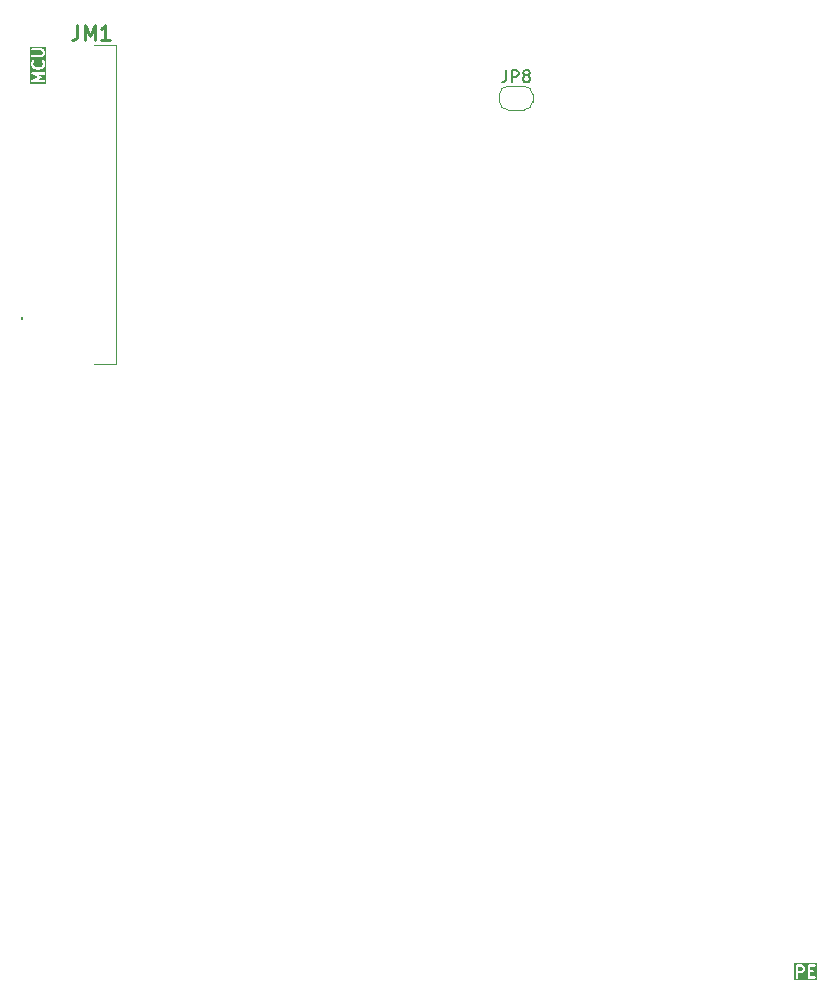
<source format=gbr>
%TF.GenerationSoftware,KiCad,Pcbnew,9.0.6*%
%TF.CreationDate,2025-11-30T18:27:49+03:00*%
%TF.ProjectId,PMCNV-PWMx16,504d434e-562d-4505-974d-7831362e6b69,rev?*%
%TF.SameCoordinates,PX3dfd240PY5f5e100*%
%TF.FileFunction,Legend,Top*%
%TF.FilePolarity,Positive*%
%FSLAX46Y46*%
G04 Gerber Fmt 4.6, Leading zero omitted, Abs format (unit mm)*
G04 Created by KiCad (PCBNEW 9.0.6) date 2025-11-30 18:27:49*
%MOMM*%
%LPD*%
G01*
G04 APERTURE LIST*
%ADD10C,0.200000*%
%ADD11C,0.150000*%
%ADD12C,0.254000*%
%ADD13C,0.120000*%
%ADD14C,0.100000*%
G04 APERTURE END LIST*
D10*
G36*
X-36251670Y30204931D02*
G01*
X-37673892Y30204931D01*
X-37673892Y31067525D01*
X-37561622Y31067525D01*
X-37560860Y31065430D01*
X-37560860Y31063199D01*
X-37554216Y31047158D01*
X-37548287Y31030856D01*
X-37546782Y31029213D01*
X-37545928Y31027151D01*
X-37533655Y31014878D01*
X-37521936Y31002081D01*
X-37519292Y31000515D01*
X-37518338Y30999561D01*
X-37516157Y30998658D01*
X-37505070Y30992090D01*
X-36984966Y30749375D01*
X-37505070Y30506660D01*
X-37516157Y30500093D01*
X-37518338Y30499189D01*
X-37519292Y30498236D01*
X-37521936Y30496669D01*
X-37533655Y30483873D01*
X-37545928Y30471599D01*
X-37546782Y30469538D01*
X-37548287Y30467894D01*
X-37554216Y30451593D01*
X-37560860Y30435551D01*
X-37560860Y30433321D01*
X-37561622Y30431225D01*
X-37560860Y30413886D01*
X-37560860Y30396533D01*
X-37560007Y30394474D01*
X-37559909Y30392245D01*
X-37552568Y30376515D01*
X-37545928Y30360485D01*
X-37544352Y30358909D01*
X-37543408Y30356887D01*
X-37530612Y30345169D01*
X-37518338Y30332895D01*
X-37516277Y30332042D01*
X-37514633Y30330536D01*
X-37498332Y30324608D01*
X-37482290Y30317963D01*
X-37479232Y30317662D01*
X-37477964Y30317201D01*
X-37475605Y30317305D01*
X-37462781Y30316042D01*
X-36462781Y30316042D01*
X-36443272Y30317963D01*
X-36407224Y30332895D01*
X-36379634Y30360485D01*
X-36364702Y30396533D01*
X-36364702Y30435551D01*
X-36379634Y30471599D01*
X-36407224Y30499189D01*
X-36443272Y30514121D01*
X-36462781Y30516042D01*
X-37012025Y30516042D01*
X-36706207Y30658757D01*
X-36699066Y30662988D01*
X-36696644Y30663868D01*
X-36694932Y30665437D01*
X-36689341Y30668748D01*
X-36679081Y30679953D01*
X-36667868Y30690220D01*
X-36665989Y30694248D01*
X-36662989Y30697523D01*
X-36657798Y30711799D01*
X-36651368Y30725577D01*
X-36651173Y30730018D01*
X-36649655Y30734192D01*
X-36650323Y30749375D01*
X-36649655Y30764558D01*
X-36651173Y30768733D01*
X-36651368Y30773173D01*
X-36657798Y30786952D01*
X-36662989Y30801227D01*
X-36665989Y30804503D01*
X-36667868Y30808530D01*
X-36679081Y30818798D01*
X-36689341Y30830002D01*
X-36694932Y30833314D01*
X-36696644Y30834882D01*
X-36699066Y30835763D01*
X-36706207Y30839993D01*
X-37012025Y30982708D01*
X-36462781Y30982708D01*
X-36443272Y30984629D01*
X-36407224Y30999561D01*
X-36379634Y31027151D01*
X-36364702Y31063199D01*
X-36364702Y31102217D01*
X-36379634Y31138265D01*
X-36407224Y31165855D01*
X-36443272Y31180787D01*
X-36462781Y31182708D01*
X-37462781Y31182708D01*
X-37475605Y31181446D01*
X-37477964Y31181549D01*
X-37479232Y31181089D01*
X-37482290Y31180787D01*
X-37498332Y31174143D01*
X-37514633Y31168214D01*
X-37516277Y31166709D01*
X-37518338Y31165855D01*
X-37530612Y31153582D01*
X-37543408Y31141863D01*
X-37544352Y31139842D01*
X-37545928Y31138265D01*
X-37552568Y31122236D01*
X-37559909Y31106505D01*
X-37560007Y31104277D01*
X-37560860Y31102217D01*
X-37560860Y31084865D01*
X-37561622Y31067525D01*
X-37673892Y31067525D01*
X-37673892Y31939851D01*
X-37562781Y31939851D01*
X-37562781Y31844613D01*
X-37561809Y31834740D01*
X-37561996Y31832106D01*
X-37561209Y31828643D01*
X-37560860Y31825104D01*
X-37559849Y31822662D01*
X-37557649Y31812990D01*
X-37510030Y31670134D01*
X-37502039Y31652233D01*
X-37499684Y31649518D01*
X-37498309Y31646199D01*
X-37485873Y31631045D01*
X-37390635Y31535807D01*
X-37382969Y31529516D01*
X-37381236Y31527518D01*
X-37378225Y31525623D01*
X-37375481Y31523371D01*
X-37373044Y31522362D01*
X-37364645Y31517075D01*
X-37269408Y31469456D01*
X-37267980Y31468910D01*
X-37267400Y31468480D01*
X-37259224Y31465559D01*
X-37251099Y31462450D01*
X-37250379Y31462399D01*
X-37248940Y31461885D01*
X-37058464Y31414266D01*
X-37055083Y31413766D01*
X-37053719Y31413201D01*
X-37046369Y31412478D01*
X-37039071Y31411398D01*
X-37037613Y31411616D01*
X-37034210Y31411280D01*
X-36891353Y31411280D01*
X-36887951Y31411616D01*
X-36886492Y31411398D01*
X-36879195Y31412478D01*
X-36871844Y31413201D01*
X-36870481Y31413766D01*
X-36867099Y31414266D01*
X-36676624Y31461885D01*
X-36675187Y31462399D01*
X-36674464Y31462450D01*
X-36666340Y31465559D01*
X-36658163Y31468480D01*
X-36657583Y31468911D01*
X-36656156Y31469456D01*
X-36560918Y31517075D01*
X-36552526Y31522358D01*
X-36550082Y31523370D01*
X-36547333Y31525627D01*
X-36544328Y31527518D01*
X-36542599Y31529513D01*
X-36534929Y31535807D01*
X-36439689Y31631045D01*
X-36427253Y31646198D01*
X-36425878Y31649518D01*
X-36423523Y31652233D01*
X-36415532Y31670133D01*
X-36367913Y31812990D01*
X-36365714Y31822663D01*
X-36364702Y31825104D01*
X-36364354Y31828642D01*
X-36363566Y31832105D01*
X-36363754Y31834740D01*
X-36362781Y31844613D01*
X-36362781Y31939851D01*
X-36363754Y31949725D01*
X-36363566Y31952359D01*
X-36364354Y31955823D01*
X-36364702Y31959360D01*
X-36365714Y31961802D01*
X-36367913Y31971474D01*
X-36415532Y32114331D01*
X-36423523Y32132231D01*
X-36425878Y32134947D01*
X-36427253Y32138266D01*
X-36439690Y32153420D01*
X-36487310Y32201038D01*
X-36502463Y32213475D01*
X-36538512Y32228406D01*
X-36577530Y32228405D01*
X-36613578Y32213474D01*
X-36641168Y32185884D01*
X-36656099Y32149835D01*
X-36656098Y32110817D01*
X-36641167Y32074769D01*
X-36628730Y32059616D01*
X-36597803Y32028690D01*
X-36562781Y31923625D01*
X-36562781Y31860840D01*
X-36597803Y31755775D01*
X-36664873Y31688705D01*
X-36735782Y31653251D01*
X-36903663Y31611280D01*
X-37021901Y31611280D01*
X-37189782Y31653251D01*
X-37260687Y31688703D01*
X-37327760Y31755776D01*
X-37362781Y31860840D01*
X-37362781Y31923624D01*
X-37327760Y32028690D01*
X-37296833Y32059616D01*
X-37284396Y32074769D01*
X-37269465Y32110818D01*
X-37269465Y32149836D01*
X-37284396Y32185884D01*
X-37311986Y32213474D01*
X-37348034Y32228405D01*
X-37387052Y32228405D01*
X-37423101Y32213474D01*
X-37438254Y32201037D01*
X-37485873Y32153419D01*
X-37498309Y32138265D01*
X-37499684Y32134947D01*
X-37502039Y32132231D01*
X-37510030Y32114330D01*
X-37557649Y31971474D01*
X-37559849Y31961803D01*
X-37560860Y31959360D01*
X-37561209Y31955822D01*
X-37561996Y31952358D01*
X-37561809Y31949725D01*
X-37562781Y31939851D01*
X-37673892Y31939851D01*
X-37673892Y33149836D01*
X-37560860Y33149836D01*
X-37560860Y33110818D01*
X-37545928Y33074770D01*
X-37518338Y33047180D01*
X-37482290Y33032248D01*
X-37462781Y33030327D01*
X-36676865Y33030327D01*
X-36617254Y33000521D01*
X-36592586Y32975854D01*
X-36562781Y32916244D01*
X-36562781Y32772982D01*
X-36592586Y32713373D01*
X-36617254Y32688706D01*
X-36676865Y32658899D01*
X-37462781Y32658899D01*
X-37482290Y32656978D01*
X-37518338Y32642046D01*
X-37545928Y32614456D01*
X-37560860Y32578408D01*
X-37560860Y32539390D01*
X-37545928Y32503342D01*
X-37518338Y32475752D01*
X-37482290Y32460820D01*
X-37462781Y32458899D01*
X-36653258Y32458899D01*
X-36633749Y32460820D01*
X-36630429Y32462196D01*
X-36626845Y32462450D01*
X-36608537Y32469456D01*
X-36513299Y32517075D01*
X-36504907Y32522359D01*
X-36502463Y32523370D01*
X-36499714Y32525627D01*
X-36496709Y32527518D01*
X-36494980Y32529513D01*
X-36487310Y32535807D01*
X-36439690Y32583425D01*
X-36433397Y32591094D01*
X-36431400Y32592825D01*
X-36429507Y32595834D01*
X-36427253Y32598579D01*
X-36426243Y32601020D01*
X-36420957Y32609416D01*
X-36373338Y32704653D01*
X-36366332Y32722962D01*
X-36366078Y32726546D01*
X-36364702Y32729866D01*
X-36362781Y32749375D01*
X-36362781Y32939851D01*
X-36364702Y32959360D01*
X-36366078Y32962681D01*
X-36366332Y32966264D01*
X-36373338Y32984573D01*
X-36420957Y33079810D01*
X-36426243Y33088207D01*
X-36427253Y33090647D01*
X-36429507Y33093393D01*
X-36431400Y33096401D01*
X-36433397Y33098133D01*
X-36439690Y33105801D01*
X-36487310Y33153419D01*
X-36494980Y33159714D01*
X-36496709Y33161708D01*
X-36499714Y33163600D01*
X-36502463Y33165856D01*
X-36504907Y33166868D01*
X-36513299Y33172151D01*
X-36608537Y33219770D01*
X-36626845Y33226776D01*
X-36630429Y33227031D01*
X-36633749Y33228406D01*
X-36653258Y33230327D01*
X-37462781Y33230327D01*
X-37482290Y33228406D01*
X-37518338Y33213474D01*
X-37545928Y33185884D01*
X-37560860Y33149836D01*
X-37673892Y33149836D01*
X-37673892Y33341438D01*
X-36251670Y33341438D01*
X-36251670Y30204931D01*
G37*
G36*
X27702668Y-44582024D02*
G01*
X27727337Y-44606692D01*
X27757142Y-44666302D01*
X27757142Y-44761945D01*
X27727337Y-44821554D01*
X27702668Y-44846222D01*
X27643059Y-44876028D01*
X27385714Y-44876028D01*
X27385714Y-44552219D01*
X27643059Y-44552219D01*
X27702668Y-44582024D01*
G37*
G36*
X28971094Y-45663330D02*
G01*
X27074603Y-45663330D01*
X27074603Y-44452219D01*
X27185714Y-44452219D01*
X27185714Y-45452219D01*
X27187635Y-45471728D01*
X27202567Y-45507776D01*
X27230157Y-45535366D01*
X27266205Y-45550298D01*
X27305223Y-45550298D01*
X27341271Y-45535366D01*
X27368861Y-45507776D01*
X27383793Y-45471728D01*
X27385714Y-45452219D01*
X27385714Y-45076028D01*
X27666666Y-45076028D01*
X27686175Y-45074107D01*
X27689495Y-45072731D01*
X27693079Y-45072477D01*
X27711387Y-45065471D01*
X27806625Y-45017852D01*
X27815021Y-45012566D01*
X27817461Y-45011556D01*
X27820207Y-45009302D01*
X27823215Y-45007409D01*
X27824944Y-45005414D01*
X27832615Y-44999120D01*
X27880233Y-44951501D01*
X27886525Y-44943834D01*
X27888523Y-44942102D01*
X27890416Y-44939093D01*
X27892670Y-44936348D01*
X27893680Y-44933907D01*
X27898966Y-44925511D01*
X27946585Y-44830274D01*
X27953591Y-44811965D01*
X27953845Y-44808381D01*
X27955221Y-44805061D01*
X27957142Y-44785552D01*
X27957142Y-44642695D01*
X27955221Y-44623186D01*
X27953845Y-44619865D01*
X27953591Y-44616282D01*
X27946585Y-44597973D01*
X27898966Y-44502736D01*
X27893680Y-44494339D01*
X27892670Y-44491899D01*
X27890416Y-44489153D01*
X27888523Y-44486145D01*
X27886525Y-44484412D01*
X27880233Y-44476746D01*
X27855707Y-44452219D01*
X28185714Y-44452219D01*
X28185714Y-45452219D01*
X28187635Y-45471728D01*
X28202567Y-45507776D01*
X28230157Y-45535366D01*
X28266205Y-45550298D01*
X28285714Y-45552219D01*
X28761904Y-45552219D01*
X28781413Y-45550298D01*
X28817461Y-45535366D01*
X28845051Y-45507776D01*
X28859983Y-45471728D01*
X28859983Y-45432710D01*
X28845051Y-45396662D01*
X28817461Y-45369072D01*
X28781413Y-45354140D01*
X28761904Y-45352219D01*
X28385714Y-45352219D01*
X28385714Y-45028409D01*
X28619047Y-45028409D01*
X28638556Y-45026488D01*
X28674604Y-45011556D01*
X28702194Y-44983966D01*
X28717126Y-44947918D01*
X28717126Y-44908900D01*
X28702194Y-44872852D01*
X28674604Y-44845262D01*
X28638556Y-44830330D01*
X28619047Y-44828409D01*
X28385714Y-44828409D01*
X28385714Y-44552219D01*
X28761904Y-44552219D01*
X28781413Y-44550298D01*
X28817461Y-44535366D01*
X28845051Y-44507776D01*
X28859983Y-44471728D01*
X28859983Y-44432710D01*
X28845051Y-44396662D01*
X28817461Y-44369072D01*
X28781413Y-44354140D01*
X28761904Y-44352219D01*
X28285714Y-44352219D01*
X28266205Y-44354140D01*
X28230157Y-44369072D01*
X28202567Y-44396662D01*
X28187635Y-44432710D01*
X28185714Y-44452219D01*
X27855707Y-44452219D01*
X27832615Y-44429127D01*
X27824944Y-44422832D01*
X27823215Y-44420838D01*
X27820207Y-44418944D01*
X27817461Y-44416691D01*
X27815021Y-44415680D01*
X27806625Y-44410395D01*
X27711387Y-44362776D01*
X27693079Y-44355770D01*
X27689495Y-44355515D01*
X27686175Y-44354140D01*
X27666666Y-44352219D01*
X27285714Y-44352219D01*
X27266205Y-44354140D01*
X27230157Y-44369072D01*
X27202567Y-44396662D01*
X27187635Y-44432710D01*
X27185714Y-44452219D01*
X27074603Y-44452219D01*
X27074603Y-44241108D01*
X28971094Y-44241108D01*
X28971094Y-45663330D01*
G37*
D11*
X2666666Y31345181D02*
X2666666Y30630896D01*
X2666666Y30630896D02*
X2619047Y30488039D01*
X2619047Y30488039D02*
X2523809Y30392800D01*
X2523809Y30392800D02*
X2380952Y30345181D01*
X2380952Y30345181D02*
X2285714Y30345181D01*
X3142857Y30345181D02*
X3142857Y31345181D01*
X3142857Y31345181D02*
X3523809Y31345181D01*
X3523809Y31345181D02*
X3619047Y31297562D01*
X3619047Y31297562D02*
X3666666Y31249943D01*
X3666666Y31249943D02*
X3714285Y31154705D01*
X3714285Y31154705D02*
X3714285Y31011848D01*
X3714285Y31011848D02*
X3666666Y30916610D01*
X3666666Y30916610D02*
X3619047Y30868991D01*
X3619047Y30868991D02*
X3523809Y30821372D01*
X3523809Y30821372D02*
X3142857Y30821372D01*
X4285714Y30916610D02*
X4190476Y30964229D01*
X4190476Y30964229D02*
X4142857Y31011848D01*
X4142857Y31011848D02*
X4095238Y31107086D01*
X4095238Y31107086D02*
X4095238Y31154705D01*
X4095238Y31154705D02*
X4142857Y31249943D01*
X4142857Y31249943D02*
X4190476Y31297562D01*
X4190476Y31297562D02*
X4285714Y31345181D01*
X4285714Y31345181D02*
X4476190Y31345181D01*
X4476190Y31345181D02*
X4571428Y31297562D01*
X4571428Y31297562D02*
X4619047Y31249943D01*
X4619047Y31249943D02*
X4666666Y31154705D01*
X4666666Y31154705D02*
X4666666Y31107086D01*
X4666666Y31107086D02*
X4619047Y31011848D01*
X4619047Y31011848D02*
X4571428Y30964229D01*
X4571428Y30964229D02*
X4476190Y30916610D01*
X4476190Y30916610D02*
X4285714Y30916610D01*
X4285714Y30916610D02*
X4190476Y30868991D01*
X4190476Y30868991D02*
X4142857Y30821372D01*
X4142857Y30821372D02*
X4095238Y30726134D01*
X4095238Y30726134D02*
X4095238Y30535658D01*
X4095238Y30535658D02*
X4142857Y30440420D01*
X4142857Y30440420D02*
X4190476Y30392800D01*
X4190476Y30392800D02*
X4285714Y30345181D01*
X4285714Y30345181D02*
X4476190Y30345181D01*
X4476190Y30345181D02*
X4571428Y30392800D01*
X4571428Y30392800D02*
X4619047Y30440420D01*
X4619047Y30440420D02*
X4666666Y30535658D01*
X4666666Y30535658D02*
X4666666Y30726134D01*
X4666666Y30726134D02*
X4619047Y30821372D01*
X4619047Y30821372D02*
X4571428Y30868991D01*
X4571428Y30868991D02*
X4476190Y30916610D01*
D12*
X-33630439Y35195682D02*
X-33630439Y34288539D01*
X-33630439Y34288539D02*
X-33690916Y34107111D01*
X-33690916Y34107111D02*
X-33811868Y33986158D01*
X-33811868Y33986158D02*
X-33993297Y33925682D01*
X-33993297Y33925682D02*
X-34114249Y33925682D01*
X-33025678Y33925682D02*
X-33025678Y35195682D01*
X-33025678Y35195682D02*
X-32602344Y34288539D01*
X-32602344Y34288539D02*
X-32179011Y35195682D01*
X-32179011Y35195682D02*
X-32179011Y33925682D01*
X-30909010Y33925682D02*
X-31634725Y33925682D01*
X-31271868Y33925682D02*
X-31271868Y35195682D01*
X-31271868Y35195682D02*
X-31392820Y35014254D01*
X-31392820Y35014254D02*
X-31513772Y34893301D01*
X-31513772Y34893301D02*
X-31634725Y34832825D01*
D13*
%TO.C,JP8*%
X2100000Y28700000D02*
X2100000Y29300000D01*
X2800000Y30000000D02*
X4200000Y30000000D01*
X4200000Y28000000D02*
X2800000Y28000000D01*
X4900000Y29300000D02*
X4900000Y28700000D01*
X2100000Y29300000D02*
G75*
G02*
X2800000Y30000000I699999J1D01*
G01*
X2800000Y28000000D02*
G75*
G02*
X2100000Y28700000I-1J699999D01*
G01*
X4200000Y30000000D02*
G75*
G02*
X4900000Y29300000I0J-700000D01*
G01*
X4900000Y28700000D02*
G75*
G02*
X4200000Y28000000I-700000J0D01*
G01*
D10*
%TO.C,JM1*%
X-38348000Y10400000D02*
X-38348000Y10400000D01*
X-38348000Y10300000D02*
X-38348000Y10300000D01*
X-38348000Y10300000D02*
X-38348000Y10300000D01*
D14*
X-32198000Y33500000D02*
X-32198000Y33500000D01*
X-32198000Y33500000D02*
X-30350000Y33500000D01*
X-32198000Y6500000D02*
X-32198000Y6500000D01*
X-32198000Y6500000D02*
X-30350000Y6500000D01*
X-30350000Y33500000D02*
X-32198000Y33500000D01*
X-30350000Y33500000D02*
X-30350000Y33500000D01*
X-30350000Y33500000D02*
X-30350000Y33500000D01*
X-30350000Y33500000D02*
X-30350000Y6500000D01*
X-30350000Y6500000D02*
X-32198000Y6500000D01*
X-30350000Y6500000D02*
X-30350000Y33500000D01*
X-30350000Y6500000D02*
X-30350000Y6500000D01*
X-30350000Y6500000D02*
X-30350000Y6500000D01*
D10*
X-38348000Y10400000D02*
G75*
G02*
X-38348000Y10300000I0J-50000D01*
G01*
X-38348000Y10400000D02*
G75*
G02*
X-38348000Y10300000I0J-50000D01*
G01*
X-38348000Y10300000D02*
G75*
G02*
X-38348000Y10400000I0J50000D01*
G01*
%TD*%
M02*

</source>
